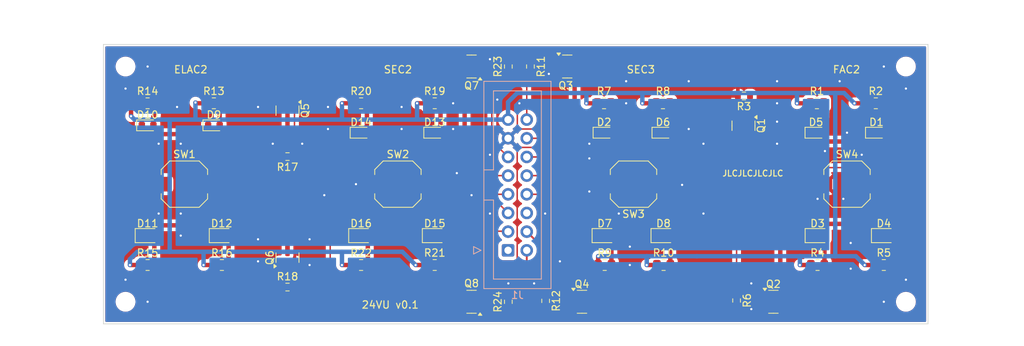
<source format=kicad_pcb>
(kicad_pcb
	(version 20240108)
	(generator "pcbnew")
	(generator_version "8.0")
	(general
		(thickness 1.6)
		(legacy_teardrops no)
	)
	(paper "A4")
	(layers
		(0 "F.Cu" signal)
		(31 "B.Cu" signal)
		(34 "B.Paste" user)
		(35 "F.Paste" user)
		(36 "B.SilkS" user "B.Silkscreen")
		(37 "F.SilkS" user "F.Silkscreen")
		(38 "B.Mask" user)
		(39 "F.Mask" user)
		(44 "Edge.Cuts" user)
		(45 "Margin" user)
		(46 "B.CrtYd" user "B.Courtyard")
		(47 "F.CrtYd" user "F.Courtyard")
		(48 "B.Fab" user)
		(49 "F.Fab" user)
	)
	(setup
		(stackup
			(layer "F.SilkS"
				(type "Top Silk Screen")
				(color "White")
			)
			(layer "F.Paste"
				(type "Top Solder Paste")
			)
			(layer "F.Mask"
				(type "Top Solder Mask")
				(color "Black")
				(thickness 0.01)
			)
			(layer "F.Cu"
				(type "copper")
				(thickness 0.035)
			)
			(layer "dielectric 1"
				(type "core")
				(thickness 1.51)
				(material "FR4")
				(epsilon_r 4.5)
				(loss_tangent 0.02)
			)
			(layer "B.Cu"
				(type "copper")
				(thickness 0.035)
			)
			(layer "B.Mask"
				(type "Bottom Solder Mask")
				(color "Black")
				(thickness 0.01)
			)
			(layer "B.Paste"
				(type "Bottom Solder Paste")
			)
			(layer "B.SilkS"
				(type "Bottom Silk Screen")
				(color "White")
			)
			(copper_finish "None")
			(dielectric_constraints yes)
		)
		(pad_to_mask_clearance 0)
		(allow_soldermask_bridges_in_footprints no)
		(pcbplotparams
			(layerselection 0x00010fc_ffffffff)
			(plot_on_all_layers_selection 0x0000000_00000000)
			(disableapertmacros no)
			(usegerberextensions no)
			(usegerberattributes yes)
			(usegerberadvancedattributes yes)
			(creategerberjobfile yes)
			(dashed_line_dash_ratio 12.000000)
			(dashed_line_gap_ratio 3.000000)
			(svgprecision 4)
			(plotframeref no)
			(viasonmask no)
			(mode 1)
			(useauxorigin no)
			(hpglpennumber 1)
			(hpglpenspeed 20)
			(hpglpendiameter 15.000000)
			(pdf_front_fp_property_popups yes)
			(pdf_back_fp_property_popups yes)
			(dxfpolygonmode yes)
			(dxfimperialunits yes)
			(dxfusepcbnewfont yes)
			(psnegative no)
			(psa4output no)
			(plotreference yes)
			(plotvalue yes)
			(plotfptext yes)
			(plotinvisibletext no)
			(sketchpadsonfab no)
			(subtractmaskfromsilk no)
			(outputformat 1)
			(mirror no)
			(drillshape 0)
			(scaleselection 1)
			(outputdirectory "manufacturing/")
		)
	)
	(net 0 "")
	(net 1 "Net-(D1-A)")
	(net 2 "Net-(D1-K)")
	(net 3 "Net-(D2-A)")
	(net 4 "Net-(D2-K)")
	(net 5 "Net-(D3-K)")
	(net 6 "Net-(D3-A)")
	(net 7 "Net-(D4-A)")
	(net 8 "Net-(D5-A)")
	(net 9 "Net-(D6-A)")
	(net 10 "Net-(D7-K)")
	(net 11 "Net-(D7-A)")
	(net 12 "Net-(D8-A)")
	(net 13 "Net-(D10-K)")
	(net 14 "Net-(D9-A)")
	(net 15 "Net-(D10-A)")
	(net 16 "Net-(D11-A)")
	(net 17 "Net-(D11-K)")
	(net 18 "Net-(D12-A)")
	(net 19 "Net-(D13-A)")
	(net 20 "Net-(D13-K)")
	(net 21 "Net-(D14-A)")
	(net 22 "Net-(D15-K)")
	(net 23 "Net-(D15-A)")
	(net 24 "Net-(D16-A)")
	(net 25 "GND")
	(net 26 "unconnected-(J1-Pin_6-Pad6)")
	(net 27 "+3V3")
	(net 28 "VBUS")
	(net 29 "/FAC2 FAULT")
	(net 30 "/FAC2 OFF")
	(net 31 "/SEC3 FAULT")
	(net 32 "/SEC3 OFF")
	(net 33 "/ELAC2 FAULT")
	(net 34 "/ELAC2 OFF")
	(net 35 "/SEC2 FAULT")
	(net 36 "/SEC2 OFF")
	(net 37 "/ELAC2")
	(net 38 "/SEC2")
	(net 39 "/SEC3")
	(net 40 "/FAC3")
	(footprint "MountingHole:MountingHole_2.2mm_M2" (layer "F.Cu") (at 183 69))
	(footprint "Package_TO_SOT_SMD:SOT-23" (layer "F.Cu") (at 160.9375 77.05 -90))
	(footprint "MountingHole:MountingHole_2.2mm_M2" (layer "F.Cu") (at 77 101))
	(footprint "Resistor_SMD:R_0603_1608Metric" (layer "F.Cu") (at 99 81.25 180))
	(footprint "NiasStuff:SW_Push_1TS009xxxx-xxxx-xxxx_6x6x5mm" (layer "F.Cu") (at 85 85))
	(footprint "Package_TO_SOT_SMD:SOT-23" (layer "F.Cu") (at 124 69 180))
	(footprint "LED_SMD:LED_0805_2012Metric" (layer "F.Cu") (at 80 92))
	(footprint "Resistor_SMD:R_0805_2012Metric" (layer "F.Cu") (at 90.0875 96))
	(footprint "MountingHole:MountingHole_2.2mm_M2" (layer "F.Cu") (at 183 101))
	(footprint "Resistor_SMD:R_0805_2012Metric" (layer "F.Cu") (at 119 96))
	(footprint "Resistor_SMD:R_0805_2012Metric" (layer "F.Cu") (at 109 96))
	(footprint "Package_TO_SOT_SMD:SOT-23" (layer "F.Cu") (at 99 75 -90))
	(footprint "LED_SMD:LED_0603_1608Metric" (layer "F.Cu") (at 142 78))
	(footprint "LED_SMD:LED_0805_2012Metric" (layer "F.Cu") (at 180 92))
	(footprint "Resistor_SMD:R_0603_1608Metric" (layer "F.Cu") (at 134.0625 100.875 -90))
	(footprint "Resistor_SMD:R_0603_1608Metric" (layer "F.Cu") (at 129 69 90))
	(footprint "Resistor_SMD:R_0805_2012Metric" (layer "F.Cu") (at 178.9125 74))
	(footprint "NiasStuff:SW_Push_1TS009xxxx-xxxx-xxxx_6x6x5mm" (layer "F.Cu") (at 146 85 180))
	(footprint "Resistor_SMD:R_0805_2012Metric" (layer "F.Cu") (at 80 74))
	(footprint "Resistor_SMD:R_0805_2012Metric" (layer "F.Cu") (at 171 96))
	(footprint "Resistor_SMD:R_0805_2012Metric" (layer "F.Cu") (at 150 74))
	(footprint "Resistor_SMD:R_0805_2012Metric" (layer "F.Cu") (at 119 74))
	(footprint "LED_SMD:LED_0603_1608Metric" (layer "F.Cu") (at 80 77))
	(footprint "NiasStuff:SW_Push_1TS009xxxx-xxxx-xxxx_6x6x5mm" (layer "F.Cu") (at 175 85))
	(footprint "Package_TO_SOT_SMD:SOT-23" (layer "F.Cu") (at 137 69))
	(footprint "Resistor_SMD:R_0603_1608Metric" (layer "F.Cu") (at 132 69 -90))
	(footprint "LED_SMD:LED_0805_2012Metric" (layer "F.Cu") (at 142.0625 92))
	(footprint "Package_TO_SOT_SMD:SOT-23" (layer "F.Cu") (at 124 101 180))
	(footprint "LED_SMD:LED_0603_1608Metric" (layer "F.Cu") (at 170.7875 78))
	(footprint "LED_SMD:LED_0805_2012Metric" (layer "F.Cu") (at 109 92))
	(footprint "NiasStuff:SW_Push_1TS009xxxx-xxxx-xxxx_6x6x5mm" (layer "F.Cu") (at 114 85))
	(footprint "Resistor_SMD:R_0805_2012Metric" (layer "F.Cu") (at 142.0875 96))
	(footprint "LED_SMD:LED_0805_2012Metric" (layer "F.Cu") (at 150.0625 92))
	(footprint "MountingHole:MountingHole_2.2mm_M2" (layer "F.Cu") (at 77 69))
	(footprint "Resistor_SMD:R_0805_2012Metric" (layer "F.Cu") (at 80 96))
	(footprint "Resistor_SMD:R_0603_1608Metric" (layer "F.Cu") (at 129 101 90))
	(footprint "Package_TO_SOT_SMD:SOT-23"
		(layer "F.Cu")
		(uuid "7fcfe6a0-22f0-42a7-be56-d23d28d40480")
		(at 165 101)
		(descr "SOT, 3 Pin (https://www.jedec.org/system/files/docs/to-236h.pdf variant AB), generated with kicad-footprint-generator ipc_gullwing_generator.py")
		(tags "SOT TO_SOT_SMD")
		(property "Reference" "Q2"
			(at 0 -2.4 0)
			(layer "F.SilkS")
			(uuid "8c0bb580-bf43-4e43-b0b6-3357dd3427e4")
			(effects
				(font
					(size 1 1)
					(thickness 0.15)
				)
			)
		)
		(property "Value" "SI2302"
			(at 0 2.4 0)
			(layer "F.Fab")
			(uuid "7b7ddab3-0d18-4f3e-9890-20dfbab3ed3d")
			(effects
				(font
					(size 1 1)
					(thickness 0.15)
				)
			)
		)
		(property "Footprint" "Package_TO_SOT_SMD:SOT-23"
			(at 0 0 0)
			(unlocked yes)
			(layer "F.Fab")
			(hide yes)
			(uuid "1537b4c3-4429-48f3-b92b-c50f3db3c55a")
			(effects
				(font
					(size 1.27 1.27)
				)
			)
		)
		(property "Datasheet" "https://www.diodes.com/assets/Datasheets/ds30896.pdf"
			(at 0 0 0)
			(unlocked yes)
			(layer "F.Fab")
			(hide yes)
			(uuid "17994f46-89a5-4bfa-b58a-b7b8c6cf5b84")
			(effects
				(font
					(size 1.27 1.27)
				)
			)
		)
		(property "Description" "0.38A Id, 60V Vds, N-Channel MOSFET, SOT-23"
			(at 0 0 0)
			(unlocked yes)
			(layer "F.Fab")
			(hide yes)
			(uuid "2b0ec2f6-604e-4ad3-a277-617c55c5a6d6")
			(effects
				(font
					(size 1.27 1.27)
				)
			)
		)
		(property "Manufracturer" "YONGYUTAI"
			(at 0 0 0)
			(unlocked yes)
			(layer "F.Fab")
			(hide yes)
			(uuid "9869630b-7f4d-43b4-a9a5-91663b4ff273")
			(effects
				(font
					(size 1 1)
					(thickness 0.15)
				)
			)
		)
		(property "Manufracturer Part Number" "SI2302"
			(at 0 0 0)
			(unlocked yes)
			(layer "F.Fab")
			(hide yes)
			(uuid "d2ba642e-b299-406f-a807-5cb37ca05e55")
			(effects
				(font
					(size 1 1)
					(thickness 0.15)
				)
			)
		)
		(property "JLCPCB Part" "C2891732"
			(at 0 0 0)
			(unlocked yes)
			(layer "F.Fab")
			(hide yes)
			(uuid "d69363a8-bcde-45e0-a191-f471e247e153")
			(effects
				(font
					(size 1 1)
					(thickness 0.15)
				)
			)
		)
		(property ki_fp_filters "SOT?23*")
		(path "/912379b7-080d-4a01-ba9a-533f754d0c46")
		(sheetname "Root")
		(sheetfile "24VU-FLT-CTL.kicad_sch")
		(attr smd)
		(fp_line
			(start 0 -1.56)
			(end -0.65 -1.56)
			(stroke
				(width 0.12)
				(type solid)
			)
			(layer "F.SilkS")
			(uuid "67d46f8c-e421-48db-9a46-a74e37656201")
		)
		(fp_line
			(start 0 -1.56)
			(end 0.65 -1.56)
			(stroke
				(width 0.12)
				(type solid)
			)
			(layer "F.SilkS")
			(uuid "72931e3a-064c-4b5c-be58-aeb113a786e2")
		)
		(fp_line
			(start 0 1.56)
			(end -0.65 1.56)
			(stroke
				(width 0.12)
				(type solid)
			)
			(layer "F.SilkS")
			(uuid "108181d4-dedc-4066-a628-98d006f59328")
		)
		(fp_line
			(start 0 1.56)
			(end 0.65 1.56)
			(stroke
				(width 0.12)
				(type solid)
			)
			(layer "F.SilkS")
			(uuid "5598b32e-1610-4da1-b8cb-541c4e51302e")
		)
		(fp_poly
			(pts
				(xy -1.1625 -1.51) (xy -1.4025 -1.84) (xy -0.9225 -1.84) (xy -1.1625 -1.51)
			)
			(stroke
				(width 0.12)
				(type solid)
			)
			(fill solid)
			(layer "F.SilkS")
			(uuid "d6115661-1d55-4fcd-8e78-faa45e445b83")
		)
		(fp_line
			(start -1.92 -1.7)
			(end -1.92 1.7)
			(stroke
				(width 0.05)
				(type solid)
			)
			(layer "F.CrtYd")
			(uuid "3ec91a10-5400-49b2-baa6-c0b36e5c70c2")
		)
		(fp_line
			(start -1.92 1.7)
			(end 1.92 1.7)
			(stroke
				(width 0.05)
				(type solid)
			)
			(layer "F.CrtYd")
			(uuid "2ebcc926-4c91-402d-ba6c-93e535f35a98")
		)
		(fp_line
			(start 1.92 -1.7)
			(end -1.92 -1.7)
			(stroke
				(width 0.05)
				(type solid)
			)
			(layer "F.CrtYd")
			(uuid "3477e9aa-3344-4de7-8ef4-15e478e83b4c")
		)
		(fp_line
			(start 1.92 1.7)
			(end 1.92 -1.7)
			(stroke
				(width 0.05)
				(type solid)
			)
			(layer "F.CrtYd")
			(uuid "60e4a360-a622-42dc-afb4-6c2498381fe9")
		)
		(fp_line
			(start -0.65 -1.125)
			(end -0.325 -1.45)
			(stroke
				(width 0.1)
				(type solid)
			)
			(layer "F.Fab")
			(uuid "afe0b56b-34f4-419e-bd0
... [365022 chars truncated]
</source>
